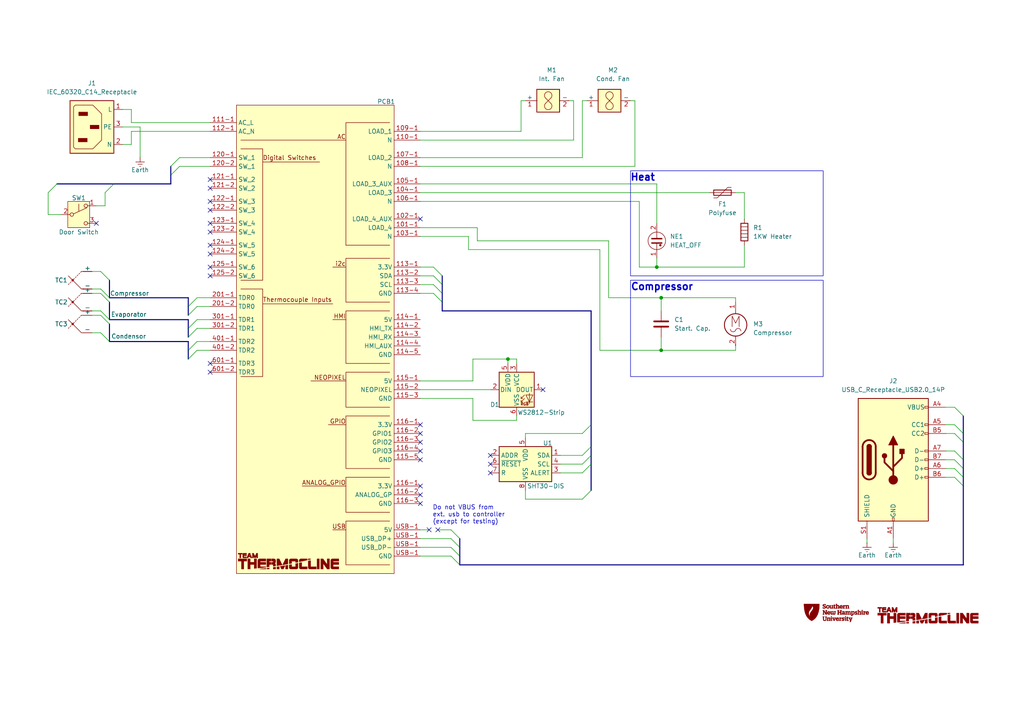
<source format=kicad_sch>
(kicad_sch (version 20250114) (generator "eeschema") (generator_version "9.0")
  (paper "A4")
  (lib_symbols
    (symbol "Connector:IEC_60320_C14_Receptacle"
      (property "Reference" "J" (at -5.842 8.636 0))
      (property "Value" "IEC_60320_C14_Receptacle" (at 0 -9.144 0))
      (symbol "IEC_60320_C14_Receptacle_1_1"
        (pin power_in line (at 8.89 5.08 180) (length 2.54) (name "L") (number "1"))
        (pin bidirectional line (at 8.89 0 180) (length 2.54) (name "PE") (number "3"))
        (pin power_in line (at 8.89 -5.08 180) (length 2.54) (name "N") (number "2"))
      )
    )
    (symbol "Connector:USB_C_Receptacle_USB2.0_14P" (pin_names (offset 1.016))
      (property "Reference" "J" (at 0 22.225 0))
      (property "Value" "USB_C_Receptacle_USB2.0_14P" (at 0 19.685 0))
      (symbol "USB_C_Receptacle_USB2.0_14P_1_1"
        (pin passive line (at -7.62 -22.86 90) (length 5.08) (name "SHIELD") (number "S1"))
        (pin passive line (at 0 -22.86 90) (length 5.08) (name "GND") (number "A1"))
        (pin passive line (at 0 -22.86 90) (length 5.08) (hide yes) (name "GND") (number "A12"))
        (pin passive line (at 0 -22.86 90) (length 5.08) (hide yes) (name "GND") (number "B1"))
        (pin passive line (at 0 -22.86 90) (length 5.08) (hide yes) (name "GND") (number "B12"))
        (pin passive line (at 15.24 15.24 180) (length 5.08) (name "VBUS") (number "A4"))
        (pin passive line (at 15.24 15.24 180) (length 5.08) (hide yes) (name "VBUS") (number "A9"))
        (pin passive line (at 15.24 15.24 180) (length 5.08) (hide yes) (name "VBUS") (number "B4"))
        (pin passive line (at 15.24 15.24 180) (length 5.08) (hide yes) (name "VBUS") (number "B9"))
        (pin bidirectional line (at 15.24 10.16 180) (length 5.08) (name "CC1") (number "A5"))
        (pin bidirectional line (at 15.24 7.62 180) (length 5.08) (name "CC2") (number "B5"))
        (pin bidirectional line (at 15.24 2.54 180) (length 5.08) (name "D-") (number "A7"))
        (pin bidirectional line (at 15.24 0 180) (length 5.08) (name "D-") (number "B7"))
        (pin bidirectional line (at 15.24 -2.54 180) (length 5.08) (name "D+") (number "A6"))
        (pin bidirectional line (at 15.24 -5.08 180) (length 5.08) (name "D+") (number "B6"))
      )
    )
    (symbol "Device:C" (pin_numbers (hide yes)) (pin_names (offset 0.254))
      (property "Reference" "C" (at 0.635 2.54 0))
      (property "Value" "C" (at 0.635 -2.54 0))
      (symbol "C_1_1"
        (pin passive line (at 0 3.81 270) (length 2.794) (name "~") (number "1"))
        (pin passive line (at 0 -3.81 90) (length 2.794) (name "~") (number "2"))
      )
    )
    (symbol "Device:Heater" (pin_numbers (hide yes)) (pin_names (offset 0))
      (property "Reference" "R" (at 2.032 0 90))
      (property "Value" "Heater" (at -2.032 0 90))
      (symbol "Heater_1_1"
        (pin passive line (at 0 3.81 270) (length 1.27) (name "~") (number "1"))
        (pin passive line (at 0 -3.81 90) (length 1.27) (name "~") (number "2"))
      )
    )
    (symbol "Device:Lamp_Neon" (pin_names (offset 0.0254) (hide yes))
      (property "Reference" "NE" (at 0.635 3.81 0))
      (property "Value" "Lamp_Neon" (at 0.635 -3.81 0))
      (symbol "Lamp_Neon_1_1"
        (pin passive line (at 0 5.08 270) (length 2.54) (name "~") (number "2"))
        (pin passive line (at 0 -5.08 90) (length 2.54) (name "~") (number "1"))
      )
    )
    (symbol "Device:Polyfuse" (pin_numbers (hide yes)) (pin_names (offset 0))
      (property "Reference" "F" (at -2.54 0 90))
      (property "Value" "Polyfuse" (at 2.54 0 90))
      (symbol "Polyfuse_1_1"
        (pin passive line (at 0 3.81 270) (length 1.27) (name "~") (number "1"))
        (pin passive line (at 0 -3.81 90) (length 1.27) (name "~") (number "2"))
      )
    )
    (symbol "Device:Thermocouple" (pin_numbers (hide yes)) (pin_names (offset 0))
      (property "Reference" "TC" (at -3.048 3.81 0))
      (property "Value" "Thermocouple" (at -5.08 -4.064 0))
      (symbol "Thermocouple_1_1"
        (pin passive line (at 2.54 2.54 180) (length 2.54) (name "+") (number "1"))
        (pin passive line (at 2.54 -2.54 180) (length 2.54) (name "-") (number "2"))
      )
    )
    (symbol "LED:WS2812" (pin_names (offset 0.254))
      (property "Reference" "D" (at 5.08 5.715 0))
      (property "Value" "WS2812" (at 1.27 -5.715 0))
      (symbol "WS2812_0_0"
        (text "RGB" (at 2.286 -4.191 0) (effects (font (size 0.762 0.762))))
      )
      (symbol "WS2812_1_1"
        (pin input line (at -7.62 0 0) (length 2.54) (name "DIN") (number "2"))
        (pin power_in line (at -2.54 7.62 270) (length 2.54) (name "VDD") (number "5"))
        (pin power_in line (at 0 7.62 270) (length 2.54) (name "VCC") (number "3"))
        (pin power_in line (at 0 -7.62 90) (length 2.54) (name "VSS") (number "6"))
        (pin no_connect line (at 5.08 2.54 180) (length 2.54) (hide yes) (name "NC") (number "4"))
        (pin output line (at 7.62 0 180) (length 2.54) (name "DOUT") (number "1"))
      )
    )
    (symbol "Motor:Fan_IEC-60617" (pin_names (offset 0))
      (property "Reference" "M" (at 3.81 3.81 0))
      (property "Value" "Fan_IEC-60617" (at 3.81 2.54 0))
      (symbol "Fan_IEC-60617_1_1"
        (pin passive line (at 0 7.62 270) (length 2.54) (name "+") (number "1"))
        (pin passive line (at 0 -5.08 90) (length 2.54) (name "-") (number "2"))
      )
    )
    (symbol "Motor:Motor_AC" (pin_names (offset 0))
      (property "Reference" "M" (at 2.54 2.54 0))
      (property "Value" "Motor_AC" (at 2.54 -5.08 0))
      (symbol "Motor_AC_1_1"
        (pin passive line (at 0 5.08 270) (length 2.54) (name "~") (number "1"))
        (pin passive line (at 0 -7.62 90) (length 2.54) (name "~") (number "2"))
      )
    )
    (symbol "Sensor_Humidity:SHT30-DIS"
      (property "Reference" "U" (at -6.35 6.35 0))
      (property "Value" "SHT30-DIS" (at 6.35 6.35 0))
      (symbol "SHT30-DIS_1_1"
        (pin input line (at -10.16 2.54 0) (length 2.54) (name "ADDR") (number "2"))
        (pin input line (at -10.16 0 0) (length 2.54) (name "~{RESET}") (number "6"))
        (pin passive line (at -10.16 -2.54 0) (length 2.54) (name "R") (number "7"))
        (pin power_in line (at 0 7.62 270) (length 2.54) (name "VDD") (number "5"))
        (pin power_in line (at 0 -7.62 90) (length 2.54) (name "VSS") (number "8"))
        (pin passive line (at 0 -7.62 90) (length 2.54) (hide yes) (name "VSS") (number "9"))
        (pin bidirectional line (at 10.16 2.54 180) (length 2.54) (name "SDA") (number "1"))
        (pin input line (at 10.16 0 180) (length 2.54) (name "SCL") (number "4"))
        (pin output line (at 10.16 -2.54 180) (length 2.54) (name "ALERT") (number "3"))
      )
    )
    (symbol "Switch:SW_Push_SPDT" (pin_names (offset 0) (hide yes))
      (property "Reference" "SW" (at 0 5.08 0))
      (property "Value" "SW_Push_SPDT" (at 0 -5.08 0))
      (symbol "SW_Push_SPDT_1_1"
        (pin passive line (at -5.08 0 0) (length 2.54) (name "B") (number "2"))
        (pin passive line (at 5.08 2.54 180) (length 2.54) (name "A") (number "1"))
        (pin passive line (at 5.08 -2.54 180) (length 2.54) (name "C") (number "3"))
      )
    )
    (symbol "power:Earth" (power) (pin_numbers (hide yes)) (pin_names (offset 0) (hide yes))
      (property "Value" "Earth" (at 0 -3.81 0))
      (symbol "Earth_1_1"
        (pin power_in line (at 0 0 270) (length 0) (name "~") (number "1"))
      )
    )
    (symbol "thermocline-symbols:Main_Board" (on_board no)
      (property "Reference" "PCB" (at 21.844 39.37 0))
      (symbol "Main_Board_1_1"
        (text "Digital Switches" (at -15.24 22.098 0) (effects (font (size 1.27 1.27)) (justify left bottom)))
        (text "Thermocouple Inputs" (at -15.24 -19.05 0) (effects (font (size 1.27 1.27)) (justify left bottom)))
        (text "AC" (at 8.89 28.194 0) (effects (font (size 1.27 1.27)) (justify right bottom)))
        (text "i2c" (at 8.89 -8.636 0) (effects (font (size 1.27 1.27)) (justify right bottom)))
        (text "HMI" (at 8.89 -23.876 0) (effects (font (size 1.27 1.27)) (justify right bottom)))
        (text "NEOPIXEL" (at 8.89 -41.656 0) (effects (font (size 1.27 1.27)) (justify right bottom)))
        (text "GPIO" (at 8.89 -54.356 0) (effects (font (size 1.27 1.27)) (justify right bottom)))
        (text "ANALOG_GPIO" (at 8.89 -72.136 0) (effects (font (size 1.27 1.27)) (justify right bottom)))
        (text "USB" (at 8.89 -84.836 0) (effects (font (size 1.27 1.27)) (justify right bottom)))
        (pin input line (at -30.48 33.02 0) (length 7.62) (name "AC_L") (number "111-1"))
        (pin input line (at -30.48 30.48 0) (length 7.62) (name "AC_N") (number "112-1"))
        (pin input line (at -30.48 22.86 0) (length 7.62) (name "SW_1") (number "120-1"))
        (pin input line (at -30.48 20.32 0) (length 7.62) (name "SW_1") (number "120-2"))
        (pin input line (at -30.48 16.51 0) (length 7.62) (name "SW_2") (number "121-1"))
        (pin input line (at -30.48 13.97 0) (length 7.62) (name "SW_2") (number "121-2"))
        (pin input line (at -30.48 10.16 0) (length 7.62) (name "SW_3") (number "122-1"))
        (pin input line (at -30.48 7.62 0) (length 7.62) (name "SW_3") (number "122-2"))
        (pin input line (at -30.48 3.81 0) (length 7.62) (name "SW_4") (number "123-1"))
        (pin input line (at -30.48 1.27 0) (length 7.62) (name "SW_4") (number "123-2"))
        (pin input line (at -30.48 -2.54 0) (length 7.62) (name "SW_5") (number "124-1"))
        (pin input line (at -30.48 -5.08 0) (length 7.62) (name "SW_5") (number "124-2"))
        (pin input line (at -30.48 -8.89 0) (length 7.62) (name "SW_6") (number "125-1"))
        (pin input line (at -30.48 -11.43 0) (length 7.62) (name "SW_6") (number "125-2"))
        (pin input line (at -30.48 -17.78 0) (length 7.62) (name "TDR0") (number "201-1"))
        (pin input line (at -30.48 -20.32 0) (length 7.62) (name "TDR0") (number "201-2"))
        (pin input line (at -30.48 -24.13 0) (length 7.62) (name "TDR1") (number "301-1"))
        (pin input line (at -30.48 -26.67 0) (length 7.62) (name "TDR1") (number "301-2"))
        (pin input line (at -30.48 -30.48 0) (length 7.62) (name "TDR2") (number "401-1"))
        (pin input line (at -30.48 -33.02 0) (length 7.62) (name "TDR2") (number "401-2"))
        (pin input line (at -30.48 -36.83 0) (length 7.62) (name "TDR3") (number "601-1"))
        (pin input line (at -30.48 -39.37 0) (length 7.62) (name "TDR3") (number "601-2"))
        (pin power_out line (at 30.48 30.48 180) (length 7.62) (name "LOAD_1") (number "109-1"))
        (pin power_out line (at 30.48 27.94 180) (length 7.62) (name "N") (number "110-1"))
        (pin power_out line (at 30.48 22.86 180) (length 7.62) (name "LOAD_2") (number "107-1"))
        (pin power_out line (at 30.48 20.32 180) (length 7.62) (name "N") (number "108-1"))
        (pin power_out line (at 30.48 15.24 180) (length 7.62) (name "LOAD_3_AUX") (number "105-1"))
        (pin power_out line (at 30.48 12.7 180) (length 7.62) (name "LOAD_3") (number "104-1"))
        (pin power_out line (at 30.48 10.16 180) (length 7.62) (name "N") (number "106-1"))
        (pin power_out line (at 30.48 5.08 180) (length 7.62) (name "LOAD_4_AUX") (number "102-1"))
        (pin power_out line (at 30.48 2.54 180) (length 7.62) (name "LOAD_4") (number "101-1"))
        (pin power_out line (at 30.48 0 180) (length 7.62) (name "N") (number "103-1"))
        (pin power_out line (at 30.48 -8.89 180) (length 7.62) (name "3.3V") (number "113-1"))
        (pin bidirectional line (at 30.48 -11.43 180) (length 7.62) (name "SDA") (number "113-2"))
        (pin bidirectional line (at 30.48 -13.97 180) (length 7.62) (name "SCL") (number "113-3"))
        (pin power_out line (at 30.48 -16.51 180) (length 7.62) (name "GND") (number "113-4"))
        (pin power_out line (at 30.48 -24.13 180) (length 7.62) (name "5V") (number "114-1"))
        (pin bidirectional line (at 30.48 -26.67 180) (length 7.62) (name "HMI_TX") (number "114-2"))
        (pin bidirectional line (at 30.48 -29.21 180) (length 7.62) (name "HMI_RX") (number "114-3"))
        (pin bidirectional line (at 30.48 -31.75 180) (length 7.62) (name "HMI_AUX") (number "114-4"))
        (pin power_out line (at 30.48 -34.29 180) (length 7.62) (name "GND") (number "114-5"))
        (pin power_out line (at 30.48 -41.91 180) (length 7.62) (name "5V") (number "115-1"))
        (pin bidirectional line (at 30.48 -44.45 180) (length 7.62) (name "NEOPIXEL") (number "115-2"))
        (pin power_out line (at 30.48 -46.99 180) (length 7.62) (name "GND") (number "115-3"))
        (pin power_out line (at 30.48 -54.61 180) (length 7.62) (name "3.3V") (number "116-1"))
        (pin bidirectional line (at 30.48 -57.15 180) (length 7.62) (name "GPIO1") (number "116-2"))
        (pin bidirectional line (at 30.48 -59.69 180) (length 7.62) (name "GPIO2") (number "116-3"))
        (pin bidirectional line (at 30.48 -62.23 180) (length 7.62) (name "GPIO3") (number "116-4"))
        (pin power_out line (at 30.48 -64.77 180) (length 7.62) (name "GND") (number "115-5"))
        (pin power_out line (at 30.48 -72.39 180) (length 7.62) (name "3.3V") (number "116-1"))
        (pin bidirectional line (at 30.48 -74.93 180) (length 7.62) (name "ANALOG_GP") (number "116-2"))
        (pin power_out line (at 30.48 -77.47 180) (length 7.62) (name "GND") (number "116-3"))
        (pin power_out line (at 30.48 -85.09 180) (length 7.62) (name "5V") (number "USB-1"))
        (pin bidirectional line (at 30.48 -87.63 180) (length 7.62) (name "USB_DP+") (number "USB-1"))
        (pin bidirectional line (at 30.48 -90.17 180) (length 7.62) (name "USB_DP-") (number "USB-1"))
        (pin power_out line (at 30.48 -92.71 180) (length 7.62) (name "GND") (number "USB-1"))
      )
    )
    (symbol "thermocline-symbols:SNHU_LOGO" (pin_names (offset 1.016)))
    (symbol "thermocline-symbols:Team Thermocline Logo" (pin_names (offset 1.016)))
  )
  (rectangle (start 182.88 81.28) (end 238.76 109.22))
  (rectangle (start 182.88 49.53) (end 238.76 80.01))
  (text "Compressor" (at 192.024 83.312 0) (effects (font (size 2.032 2.032) (thickness 0.4064) (bold yes))))
  (text "Do not VBUS from\next. usb to controller\n(except for testing)" (at 125.476 152.146 0) (effects (font (size 1.27 1.27)) (justify left bottom)))
  (text "Heat" (at 186.436 51.562 0) (effects (font (size 2.032 2.032) (thickness 0.4064) (bold yes))))
  (junction (at 191.77 101.6))
  (junction (at 190.5 77.47))
  (junction (at 191.77 86.36))
  (junction (at 147.32 104.14))
  (no_connect (at 60.96 73.66))
  (no_connect (at 60.96 105.41))
  (no_connect (at 121.92 140.97))
  (no_connect (at 121.92 133.35))
  (no_connect (at 60.96 71.12))
  (no_connect (at 157.48 113.03))
  (no_connect (at 121.92 63.5))
  (no_connect (at 121.92 125.73))
  (no_connect (at 142.24 137.16))
  (no_connect (at 60.96 67.31))
  (no_connect (at 60.96 60.96))
  (no_connect (at 60.96 52.07))
  (no_connect (at 121.92 143.51))
  (no_connect (at 60.96 54.61))
  (no_connect (at 121.92 123.19))
  (no_connect (at 60.96 77.47))
  (no_connect (at 60.96 64.77))
  (no_connect (at 121.92 146.05))
  (no_connect (at 60.96 80.01))
  (no_connect (at 60.96 107.95))
  (no_connect (at 142.24 132.08))
  (no_connect (at 60.96 58.42))
  (no_connect (at 27.94 64.77))
  (no_connect (at 142.24 134.62))
  (no_connect (at 121.92 130.81))
  (no_connect (at 124.46 153.67))
  (no_connect (at 121.92 128.27))
  (no_connect (at 127 153.67))
  (bus_entry (at 171.45 123.19) (size -2.54 2.54))
  (bus_entry (at 31.75 93.98) (size -2.54 -2.54))
  (bus_entry (at 276.86 125.73) (size 2.54 2.54))
  (bus_entry (at 57.15 95.25) (size -2.54 2.54))
  (bus_entry (at 57.15 88.9) (size -2.54 2.54))
  (bus_entry (at 31.75 99.06) (size -2.54 -2.54))
  (bus_entry (at 125.73 80.01) (size 2.54 2.54))
  (bus_entry (at 171.45 134.62) (size -2.54 2.54))
  (bus_entry (at 31.75 81.28) (size -2.54 -2.54))
  (bus_entry (at 57.15 92.71) (size -2.54 2.54))
  (bus_entry (at 33.02 53.34) (size -2.54 2.54))
  (bus_entry (at 125.73 82.55) (size 2.54 2.54))
  (bus_entry (at 57.15 86.36) (size -2.54 2.54))
  (bus_entry (at 130.81 158.75) (size 2.54 2.54))
  (bus_entry (at 125.73 85.09) (size 2.54 2.54))
  (bus_entry (at 130.81 153.67) (size 2.54 2.54))
  (bus_entry (at 130.81 156.21) (size 2.54 2.54))
  (bus_entry (at 276.86 133.35) (size 2.54 2.54))
  (bus_entry (at 52.07 45.72) (size -2.54 2.54))
  (bus_entry (at 16.51 53.34) (size -2.54 2.54))
  (bus_entry (at 31.75 92.71) (size -2.54 -2.54))
  (bus_entry (at 276.86 123.19) (size 2.54 2.54))
  (bus_entry (at 171.45 129.54) (size -2.54 2.54))
  (bus_entry (at 171.45 142.24) (size -2.54 2.54))
  (bus_entry (at 57.15 99.06) (size -2.54 2.54))
  (bus_entry (at 171.45 132.08) (size -2.54 2.54))
  (bus_entry (at 276.86 135.89) (size 2.54 2.54))
  (bus_entry (at 276.86 130.81) (size 2.54 2.54))
  (bus_entry (at 130.81 161.29) (size 2.54 2.54))
  (bus_entry (at 276.86 118.11) (size 2.54 2.54))
  (bus_entry (at 52.07 48.26) (size -2.54 2.54))
  (bus_entry (at 57.15 101.6) (size -2.54 2.54))
  (bus_entry (at 31.75 86.36) (size -2.54 -2.54))
  (bus_entry (at 125.73 77.47) (size 2.54 2.54))
  (bus_entry (at 31.75 87.63) (size -2.54 -2.54))
  (bus_entry (at 276.86 138.43) (size 2.54 2.54))
  (wire (pts (xy 138.43 66.04) (xy 121.92 66.04)))
  (wire (pts (xy 213.36 101.6) (xy 191.77 101.6)))
  (bus (pts (xy 279.4 133.35) (xy 279.4 135.89)))
  (wire (pts (xy 151.13 38.1) (xy 151.13 29.21)))
  (wire (pts (xy 26.67 85.09) (xy 29.21 85.09)))
  (bus (pts (xy 54.61 88.9) (xy 54.61 86.36)))
  (wire (pts (xy 166.37 29.21) (xy 165.1 29.21)))
  (bus (pts (xy 279.4 163.83) (xy 133.35 163.83)))
  (bus (pts (xy 133.35 163.83) (xy 133.35 161.29)))
  (wire (pts (xy 26.67 78.74) (xy 29.21 78.74)))
  (wire (pts (xy 274.32 138.43) (xy 276.86 138.43)))
  (wire (pts (xy 26.67 90.17) (xy 29.21 90.17)))
  (bus (pts (xy 54.61 104.14) (xy 54.61 101.6)))
  (wire (pts (xy 121.92 156.21) (xy 130.81 156.21)))
  (wire (pts (xy 137.16 121.92) (xy 149.86 121.92)))
  (bus (pts (xy 128.27 90.17) (xy 171.45 90.17)))
  (wire (pts (xy 138.43 69.85) (xy 138.43 66.04)))
  (wire (pts (xy 121.92 115.57) (xy 137.16 115.57)))
  (wire (pts (xy 135.89 68.58) (xy 135.89 72.39)))
  (wire (pts (xy 191.77 86.36) (xy 191.77 90.17)))
  (bus (pts (xy 49.53 50.8) (xy 49.53 53.34)))
  (wire (pts (xy 215.9 77.47) (xy 190.5 77.47)))
  (wire (pts (xy 213.36 55.88) (xy 215.9 55.88)))
  (wire (pts (xy 57.15 86.36) (xy 60.96 86.36)))
  (wire (pts (xy 121.92 110.49) (xy 137.16 110.49)))
  (wire (pts (xy 152.4 142.24) (xy 152.4 144.78)))
  (bus (pts (xy 171.45 134.62) (xy 171.45 142.24)))
  (bus (pts (xy 279.4 120.65) (xy 279.4 125.73)))
  (wire (pts (xy 191.77 101.6) (xy 191.77 97.79)))
  (wire (pts (xy 190.5 53.34) (xy 190.5 64.77)))
  (bus (pts (xy 171.45 123.19) (xy 171.45 129.54)))
  (wire (pts (xy 274.32 133.35) (xy 276.86 133.35)))
  (wire (pts (xy 121.92 113.03) (xy 142.24 113.03)))
  (wire (pts (xy 121.92 53.34) (xy 190.5 53.34)))
  (bus (pts (xy 31.75 81.28) (xy 31.75 86.36)))
  (wire (pts (xy 274.32 123.19) (xy 276.86 123.19)))
  (wire (pts (xy 274.32 135.89) (xy 276.86 135.89)))
  (wire (pts (xy 121.92 55.88) (xy 205.74 55.88)))
  (wire (pts (xy 213.36 87.63) (xy 213.36 86.36)))
  (wire (pts (xy 121.92 77.47) (xy 125.73 77.47)))
  (bus (pts (xy 54.61 101.6) (xy 54.61 99.06)))
  (wire (pts (xy 137.16 115.57) (xy 137.16 121.92)))
  (wire (pts (xy 251.46 157.48) (xy 251.46 156.21)))
  (wire (pts (xy 215.9 55.88) (xy 215.9 63.5)))
  (wire (pts (xy 121.92 153.67) (xy 124.46 153.67)))
  (bus (pts (xy 279.4 140.97) (xy 279.4 163.83)))
  (wire (pts (xy 147.32 104.14) (xy 149.86 104.14)))
  (wire (pts (xy 213.36 100.33) (xy 213.36 101.6)))
  (wire (pts (xy 213.36 86.36) (xy 191.77 86.36)))
  (wire (pts (xy 168.91 125.73) (xy 152.4 125.73)))
  (wire (pts (xy 168.91 45.72) (xy 168.91 29.21)))
  (bus (pts (xy 54.61 97.79) (xy 54.61 95.25)))
  (bus (pts (xy 128.27 85.09) (xy 128.27 87.63)))
  (wire (pts (xy 152.4 144.78) (xy 168.91 144.78)))
  (wire (pts (xy 121.92 161.29) (xy 130.81 161.29)))
  (bus (pts (xy 279.4 128.27) (xy 279.4 133.35)))
  (wire (pts (xy 149.86 104.14) (xy 149.86 105.41)))
  (wire (pts (xy 127 153.67) (xy 130.81 153.67)))
  (bus (pts (xy 133.35 158.75) (xy 133.35 156.21)))
  (wire (pts (xy 57.15 99.06) (xy 60.96 99.06)))
  (wire (pts (xy 168.91 29.21) (xy 170.18 29.21)))
  (bus (pts (xy 54.61 91.44) (xy 54.61 88.9)))
  (wire (pts (xy 52.07 48.26) (xy 60.96 48.26)))
  (wire (pts (xy 274.32 125.73) (xy 276.86 125.73)))
  (wire (pts (xy 121.92 158.75) (xy 130.81 158.75)))
  (bus (pts (xy 128.27 87.63) (xy 128.27 90.17)))
  (wire (pts (xy 13.97 55.88) (xy 13.97 62.23)))
  (wire (pts (xy 121.92 38.1) (xy 151.13 38.1)))
  (bus (pts (xy 54.61 99.06) (xy 31.75 99.06)))
  (wire (pts (xy 176.53 69.85) (xy 138.43 69.85)))
  (wire (pts (xy 173.99 101.6) (xy 191.77 101.6)))
  (wire (pts (xy 176.53 86.36) (xy 176.53 69.85)))
  (wire (pts (xy 152.4 125.73) (xy 152.4 127)))
  (bus (pts (xy 171.45 90.17) (xy 171.45 123.19)))
  (wire (pts (xy 121.92 82.55) (xy 125.73 82.55)))
  (wire (pts (xy 38.1 35.56) (xy 60.96 35.56)))
  (wire (pts (xy 27.94 59.69) (xy 30.48 59.69)))
  (wire (pts (xy 30.48 59.69) (xy 30.48 55.88)))
  (wire (pts (xy 149.86 121.92) (xy 149.86 120.65)))
  (wire (pts (xy 121.92 80.01) (xy 125.73 80.01)))
  (wire (pts (xy 38.1 41.91) (xy 38.1 38.1)))
  (bus (pts (xy 133.35 161.29) (xy 133.35 158.75)))
  (wire (pts (xy 26.67 96.52) (xy 29.21 96.52)))
  (bus (pts (xy 279.4 138.43) (xy 279.4 140.97)))
  (wire (pts (xy 182.88 29.21) (xy 184.15 29.21)))
  (wire (pts (xy 57.15 88.9) (xy 60.96 88.9)))
  (bus (pts (xy 128.27 82.55) (xy 128.27 85.09)))
  (wire (pts (xy 35.56 41.91) (xy 38.1 41.91)))
  (wire (pts (xy 185.42 58.42) (xy 185.42 77.47)))
  (bus (pts (xy 128.27 80.01) (xy 128.27 82.55)))
  (wire (pts (xy 185.42 58.42) (xy 121.92 58.42)))
  (wire (pts (xy 57.15 101.6) (xy 60.96 101.6)))
  (bus (pts (xy 54.61 86.36) (xy 31.75 86.36)))
  (wire (pts (xy 38.1 31.75) (xy 38.1 35.56)))
  (wire (pts (xy 173.99 72.39) (xy 173.99 101.6)))
  (wire (pts (xy 190.5 77.47) (xy 185.42 77.47)))
  (wire (pts (xy 274.32 118.11) (xy 276.86 118.11)))
  (bus (pts (xy 279.4 135.89) (xy 279.4 138.43)))
  (wire (pts (xy 13.97 62.23) (xy 17.78 62.23)))
  (wire (pts (xy 147.32 104.14) (xy 147.32 105.41)))
  (wire (pts (xy 121.92 85.09) (xy 125.73 85.09)))
  (wire (pts (xy 135.89 72.39) (xy 173.99 72.39)))
  (wire (pts (xy 52.07 45.72) (xy 60.96 45.72)))
  (wire (pts (xy 57.15 95.25) (xy 60.96 95.25)))
  (bus (pts (xy 54.61 95.25) (xy 54.61 92.71)))
  (wire (pts (xy 162.56 137.16) (xy 168.91 137.16)))
  (wire (pts (xy 259.08 157.48) (xy 259.08 156.21)))
  (wire (pts (xy 191.77 86.36) (xy 176.53 86.36)))
  (wire (pts (xy 274.32 130.81) (xy 276.86 130.81)))
  (bus (pts (xy 171.45 132.08) (xy 171.45 134.62)))
  (bus (pts (xy 49.53 48.26) (xy 49.53 50.8)))
  (wire (pts (xy 57.15 92.71) (xy 60.96 92.71)))
  (wire (pts (xy 40.64 36.83) (xy 35.56 36.83)))
  (wire (pts (xy 215.9 71.12) (xy 215.9 77.47)))
  (wire (pts (xy 26.67 83.82) (xy 29.21 83.82)))
  (bus (pts (xy 33.02 53.34) (xy 16.51 53.34)))
  (bus (pts (xy 54.61 92.71) (xy 31.75 92.71)))
  (wire (pts (xy 137.16 110.49) (xy 137.16 104.14)))
  (wire (pts (xy 151.13 29.21) (xy 152.4 29.21)))
  (wire (pts (xy 121.92 40.64) (xy 166.37 40.64)))
  (wire (pts (xy 121.92 48.26) (xy 184.15 48.26)))
  (wire (pts (xy 40.64 45.72) (xy 40.64 36.83)))
  (wire (pts (xy 26.67 91.44) (xy 29.21 91.44)))
  (wire (pts (xy 38.1 38.1) (xy 60.96 38.1)))
  (bus (pts (xy 31.75 87.63) (xy 31.75 92.71)))
  (wire (pts (xy 121.92 45.72) (xy 168.91 45.72)))
  (wire (pts (xy 35.56 31.75) (xy 38.1 31.75)))
  (wire (pts (xy 162.56 132.08) (xy 168.91 132.08)))
  (bus (pts (xy 49.53 53.34) (xy 33.02 53.34)))
  (wire (pts (xy 121.92 68.58) (xy 135.89 68.58)))
  (bus (pts (xy 31.75 93.98) (xy 31.75 99.06)))
  (wire (pts (xy 166.37 29.21) (xy 166.37 40.64)))
  (bus (pts (xy 279.4 125.73) (xy 279.4 128.27)))
  (wire (pts (xy 162.56 134.62) (xy 168.91 134.62)))
  (bus (pts (xy 171.45 129.54) (xy 171.45 132.08)))
  (wire (pts (xy 184.15 29.21) (xy 184.15 48.26)))
  (wire (pts (xy 190.5 77.47) (xy 190.5 74.93)))
  (wire (pts (xy 137.16 104.14) (xy 147.32 104.14)))
  (symbol (lib_id "power:Earth") (at 251.46 157.48 0) (unit 1)
    (property "Reference" "#PWR02" (effects (hide yes)))
    (property "Value" "Earth" (at 251.46 161.036 0))
    (property "Description" "Power symbol creates a global label with name \"Earth\"" (effects (hide yes)))
  )
  (symbol (lib_id "power:Earth") (at 259.08 157.48 0) (unit 1)
    (property "Reference" "#PWR03" (effects (hide yes)))
    (property "Value" "Earth" (at 259.08 161.036 0))
    (property "Description" "Power symbol creates a global label with name \"Earth\"" (effects (hide yes)))
  )
  (symbol (lib_id "Motor:Motor_AC") (at 213.36 92.71 0) (unit 1)
    (property "Reference" "M3" (at 218.44 93.9799 0) (effects (justify left)))
    (property "Value" "Compressor" (at 218.44 96.5199 0) (effects (justify left)))
    (property "Description" "AC Motor" (effects (hide yes)))
  )
  (symbol (lib_id "Sensor_Humidity:SHT30-DIS") (at 152.4 134.62 0) (unit 1)
    (property "Reference" "U1" (at 157.48 128.524 0) (effects (justify left)))
    (property "Value" "SHT30-DIS" (at 152.908 140.97 0) (effects (justify left)))
    (property "Footprint" "Sensor_Humidity:Sensirion_DFN-8-1EP_2.5x2.5mm_P0.5mm_EP1.1x1.7mm" (effects (hide yes)))
    (property "Datasheet" "https://www.sensirion.com/fileadmin/user_upload/customers/sensirion/Dokumente/2_Humidity_Sensors/Datasheets/Sensirion_Humidity_Sensors_SHT3x_Datasheet_digital.pdf" (effects (hide yes)))
    (property "Description" "I²C humidity and temperature sensor, ±2%RH, ±0.2°C, DFN-8" (effects (hide yes)))
  )
  (symbol (lib_id "Device:Heater") (at 215.9 67.31 0) (unit 1)
    (property "Reference" "R1" (at 218.44 66.0399 0) (effects (justify left)))
    (property "Value" "1KW Heater" (at 218.44 68.5799 0) (effects (justify left)))
    (property "Description" "Resistive heater" (effects (hide yes)))
  )
  (symbol (lib_id "Connector:IEC_60320_C14_Receptacle") (at 26.67 36.83 0) (unit 1)
    (property "Reference" "J1" (at 26.67 24.13 0))
    (property "Value" "IEC_60320_C14_Receptacle" (at 26.67 26.67 0))
    (property "Description" "C14 Plug, 10A max" (effects (hide yes)))
  )
  (symbol (lib_id "Device:C") (at 191.77 93.98 0) (unit 1)
    (property "Reference" "C1" (at 195.58 92.7099 0) (effects (justify left)))
    (property "Value" "Start. Cap." (at 195.58 95.2499 0) (effects (justify left)))
    (property "Description" "Unpolarized capacitor" (effects (hide yes)))
  )
  (symbol (lib_id "Switch:SW_Push_SPDT") (at 22.86 62.23 0) (unit 1)
    (property "Reference" "SW1" (at 22.86 57.404 0))
    (property "Value" "Door Switch" (at 22.86 67.31 0))
    (property "Description" "Momentary Switch, single pole double throw" (effects (hide yes)))
  )
  (symbol (lib_id "Device:Lamp_Neon") (at 190.5 69.85 0) (unit 1)
    (property "Reference" "NE1" (at 194.31 68.5799 0) (effects (justify left)))
    (property "Value" "HEAT_OFF" (at 194.31 71.1199 0) (effects (justify left)))
    (property "Description" "Neon lamp" (effects (hide yes)))
  )
  (symbol (lib_id "power:Earth") (at 40.64 45.72 0) (unit 1)
    (property "Reference" "#PWR01" (effects (hide yes)))
    (property "Value" "Earth" (at 40.64 49.276 0))
    (property "Description" "Power symbol creates a global label with name \"Earth\"" (effects (hide yes)))
  )
  (symbol (lib_id "Device:Polyfuse") (at 209.55 55.88 270) (unit 1)
    (property "Reference" "F1" (at 209.55 59.182 90))
    (property "Value" "Polyfuse" (at 209.55 61.722 90))
    (property "Description" "Resettable fuse, polymeric positive temperature coefficient" (effects (hide yes)))
  )
  (symbol (lib_id "Motor:Fan_IEC-60617") (at 160.02 29.21 90) (unit 1)
    (property "Reference" "M1" (at 160.02 20.32 90))
    (property "Value" "Int. Fan" (at 160.02 22.86 90))
    (property "Description" "Fan according to IEC 60617" (effects (hide yes)))
  )
  (symbol (lib_id "Device:Thermocouple") (at 24.13 81.28 0) (unit 1)
    (property "Reference" "TC1" (at 17.78 81.28 0))
    (property "Value" "Compressor" (at 37.592 85.09 0))
    (property "Description" "Thermocouple" (effects (hide yes)))
  )
  (symbol (lib_id "Device:Thermocouple") (at 24.13 93.98 0) (unit 1)
    (property "Reference" "TC3" (at 17.78 93.98 0))
    (property "Value" "Condensor" (at 37.338 97.536 0))
    (property "Description" "Thermocouple" (effects (hide yes)))
  )
  (symbol (lib_id "thermocline-symbols:Team Thermocline Logo") (at 284.48 181.61 0) (unit 1)
    (property "Reference" "#G2" (effects (hide yes)))
    (property "Value" "Team Thermocline Logo" (effects (hide yes)))
  )
  (symbol (lib_id "thermocline-symbols:SNHU_LOGO") (at 242.57 177.8 0) (unit 1)
    (property "Reference" "#G1" (effects (hide yes)))
    (property "Value" "SNHU_LOGO" (effects (hide yes)))
  )
  (symbol (lib_id "Connector:USB_C_Receptacle_USB2.0_14P") (at 259.08 133.35 0) (unit 1)
    (property "Reference" "J2" (at 259.08 110.49 0))
    (property "Value" "USB_C_Receptacle_USB2.0_14P" (at 259.08 113.03 0))
    (property "Datasheet" "https://www.usb.org/sites/default/files/documents/usb_type-c.zip" (effects (hide yes)))
    (property "Description" "USB 2.0-only 14P Type-C Receptacle connector" (effects (hide yes)))
  )
  (symbol (lib_id "Device:Thermocouple") (at 24.13 87.63 0) (unit 1)
    (property "Reference" "TC2" (at 17.78 87.63 0))
    (property "Value" "Evaporator" (at 37.338 91.186 0))
    (property "Description" "Thermocouple" (effects (hide yes)))
  )
  (symbol (lib_id "LED:WS2812") (at 149.86 113.03 0) (unit 1)
    (property "Reference" "D1" (at 143.51 117.348 0))
    (property "Value" "WS2812-Strip" (at 156.972 119.634 0))
    (property "Footprint" "LED_SMD:LED_WS2812_PLCC6_5.0x5.0mm_P1.6mm" (effects (hide yes)))
    (property "Datasheet" "https://cdn-shop.adafruit.com/datasheets/WS2812.pdf" (effects (hide yes)))
    (property "Description" "RGB LED with integrated controller" (effects (hide yes)))
  )
  (symbol (lib_id "Motor:Fan_IEC-60617") (at 177.8 29.21 90) (unit 1)
    (property "Reference" "M2" (at 177.8 20.32 90))
    (property "Value" "Cond. Fan" (at 177.8 22.86 90))
    (property "Description" "Fan according to IEC 60617" (effects (hide yes)))
  )
  (symbol (lib_id "thermocline-symbols:Main_Board") (at 91.44 68.58 0) (unit 1) (on_board no)
    (property "Reference" "PCB1" (at 112.014 29.464 0))
  )
)
</source>
